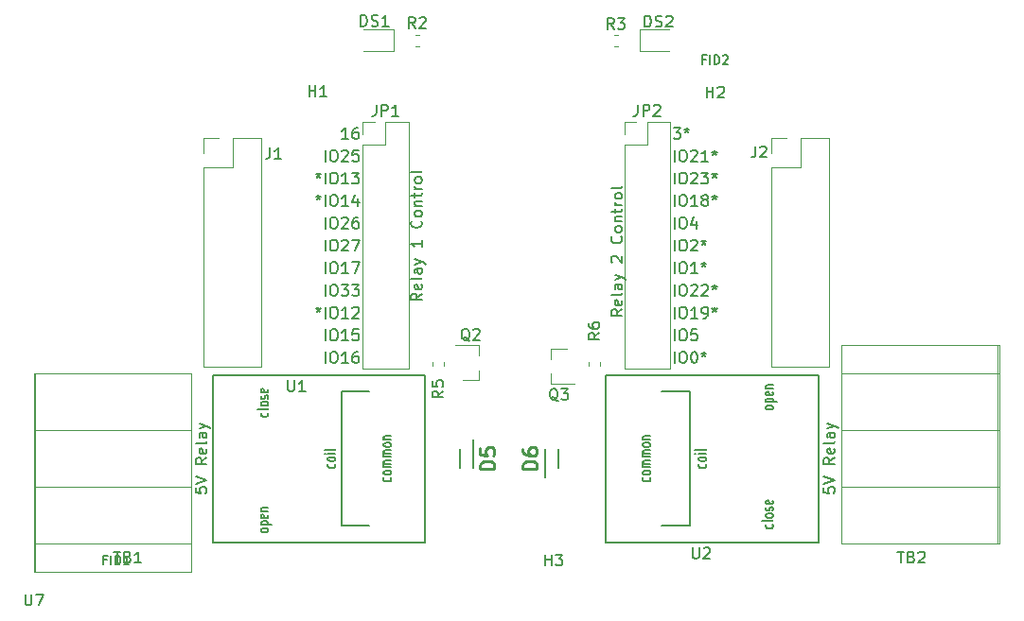
<source format=gbr>
G04 #@! TF.GenerationSoftware,KiCad,Pcbnew,(5.0.2)-1*
G04 #@! TF.CreationDate,2019-12-16T12:52:27+02:00*
G04 #@! TF.ProjectId,2-relay-over-io,322d7265-6c61-4792-9d6f-7665722d696f,rev?*
G04 #@! TF.SameCoordinates,Original*
G04 #@! TF.FileFunction,Legend,Top*
G04 #@! TF.FilePolarity,Positive*
%FSLAX46Y46*%
G04 Gerber Fmt 4.6, Leading zero omitted, Abs format (unit mm)*
G04 Created by KiCad (PCBNEW (5.0.2)-1) date 16.12.2019 12:52:27*
%MOMM*%
%LPD*%
G01*
G04 APERTURE LIST*
%ADD10C,0.150000*%
%ADD11C,0.120000*%
%ADD12C,0.200000*%
%ADD13C,0.050000*%
%ADD14C,0.254000*%
G04 APERTURE END LIST*
D10*
X133429619Y-104989380D02*
X134048666Y-104989380D01*
X133715333Y-105370333D01*
X133858190Y-105370333D01*
X133953428Y-105417952D01*
X134001047Y-105465571D01*
X134048666Y-105560809D01*
X134048666Y-105798904D01*
X134001047Y-105894142D01*
X133953428Y-105941761D01*
X133858190Y-105989380D01*
X133572476Y-105989380D01*
X133477238Y-105941761D01*
X133429619Y-105894142D01*
X134620095Y-104989380D02*
X134620095Y-105227476D01*
X134382000Y-105132238D02*
X134620095Y-105227476D01*
X134858190Y-105132238D01*
X134477238Y-105417952D02*
X134620095Y-105227476D01*
X134762952Y-105417952D01*
X133524856Y-126055380D02*
X133524856Y-125055380D01*
X134191523Y-125055380D02*
X134381999Y-125055380D01*
X134477237Y-125103000D01*
X134572475Y-125198238D01*
X134620094Y-125388714D01*
X134620094Y-125722047D01*
X134572475Y-125912523D01*
X134477237Y-126007761D01*
X134381999Y-126055380D01*
X134191523Y-126055380D01*
X134096285Y-126007761D01*
X134001047Y-125912523D01*
X133953428Y-125722047D01*
X133953428Y-125388714D01*
X134001047Y-125198238D01*
X134096285Y-125103000D01*
X134191523Y-125055380D01*
X135239142Y-125055380D02*
X135334380Y-125055380D01*
X135429618Y-125103000D01*
X135477237Y-125150619D01*
X135524856Y-125245857D01*
X135572475Y-125436333D01*
X135572475Y-125674428D01*
X135524856Y-125864904D01*
X135477237Y-125960142D01*
X135429618Y-126007761D01*
X135334380Y-126055380D01*
X135239142Y-126055380D01*
X135143904Y-126007761D01*
X135096285Y-125960142D01*
X135048666Y-125864904D01*
X135001047Y-125674428D01*
X135001047Y-125436333D01*
X135048666Y-125245857D01*
X135096285Y-125150619D01*
X135143904Y-125103000D01*
X135239142Y-125055380D01*
X136143904Y-125055380D02*
X136143904Y-125293476D01*
X135905809Y-125198238D02*
X136143904Y-125293476D01*
X136381999Y-125198238D01*
X136001047Y-125483952D02*
X136143904Y-125293476D01*
X136286761Y-125483952D01*
X133524857Y-110002580D02*
X133524857Y-109002580D01*
X134191523Y-109002580D02*
X134382000Y-109002580D01*
X134477238Y-109050200D01*
X134572476Y-109145438D01*
X134620095Y-109335914D01*
X134620095Y-109669247D01*
X134572476Y-109859723D01*
X134477238Y-109954961D01*
X134382000Y-110002580D01*
X134191523Y-110002580D01*
X134096285Y-109954961D01*
X134001047Y-109859723D01*
X133953428Y-109669247D01*
X133953428Y-109335914D01*
X134001047Y-109145438D01*
X134096285Y-109050200D01*
X134191523Y-109002580D01*
X135001047Y-109097819D02*
X135048666Y-109050200D01*
X135143904Y-109002580D01*
X135382000Y-109002580D01*
X135477238Y-109050200D01*
X135524857Y-109097819D01*
X135572476Y-109193057D01*
X135572476Y-109288295D01*
X135524857Y-109431152D01*
X134953428Y-110002580D01*
X135572476Y-110002580D01*
X135905809Y-109002580D02*
X136524857Y-109002580D01*
X136191523Y-109383533D01*
X136334380Y-109383533D01*
X136429619Y-109431152D01*
X136477238Y-109478771D01*
X136524857Y-109574009D01*
X136524857Y-109812104D01*
X136477238Y-109907342D01*
X136429619Y-109954961D01*
X136334380Y-110002580D01*
X136048666Y-110002580D01*
X135953428Y-109954961D01*
X135905809Y-109907342D01*
X137096285Y-109002580D02*
X137096285Y-109240676D01*
X136858190Y-109145438D02*
X137096285Y-109240676D01*
X137334380Y-109145438D01*
X136953428Y-109431152D02*
X137096285Y-109240676D01*
X137239142Y-109431152D01*
X133524857Y-112009180D02*
X133524857Y-111009180D01*
X134191523Y-111009180D02*
X134382000Y-111009180D01*
X134477238Y-111056800D01*
X134572476Y-111152038D01*
X134620095Y-111342514D01*
X134620095Y-111675847D01*
X134572476Y-111866323D01*
X134477238Y-111961561D01*
X134382000Y-112009180D01*
X134191523Y-112009180D01*
X134096285Y-111961561D01*
X134001047Y-111866323D01*
X133953428Y-111675847D01*
X133953428Y-111342514D01*
X134001047Y-111152038D01*
X134096285Y-111056800D01*
X134191523Y-111009180D01*
X135572476Y-112009180D02*
X135001047Y-112009180D01*
X135286761Y-112009180D02*
X135286761Y-111009180D01*
X135191523Y-111152038D01*
X135096285Y-111247276D01*
X135001047Y-111294895D01*
X136143904Y-111437752D02*
X136048666Y-111390133D01*
X136001047Y-111342514D01*
X135953428Y-111247276D01*
X135953428Y-111199657D01*
X136001047Y-111104419D01*
X136048666Y-111056800D01*
X136143904Y-111009180D01*
X136334380Y-111009180D01*
X136429619Y-111056800D01*
X136477238Y-111104419D01*
X136524857Y-111199657D01*
X136524857Y-111247276D01*
X136477238Y-111342514D01*
X136429619Y-111390133D01*
X136334380Y-111437752D01*
X136143904Y-111437752D01*
X136048666Y-111485371D01*
X136001047Y-111532990D01*
X135953428Y-111628228D01*
X135953428Y-111818704D01*
X136001047Y-111913942D01*
X136048666Y-111961561D01*
X136143904Y-112009180D01*
X136334380Y-112009180D01*
X136429619Y-111961561D01*
X136477238Y-111913942D01*
X136524857Y-111818704D01*
X136524857Y-111628228D01*
X136477238Y-111532990D01*
X136429619Y-111485371D01*
X136334380Y-111437752D01*
X137096285Y-111009180D02*
X137096285Y-111247276D01*
X136858190Y-111152038D02*
X137096285Y-111247276D01*
X137334380Y-111152038D01*
X136953428Y-111437752D02*
X137096285Y-111247276D01*
X137239142Y-111437752D01*
X133524857Y-120035580D02*
X133524857Y-119035580D01*
X134191523Y-119035580D02*
X134382000Y-119035580D01*
X134477238Y-119083200D01*
X134572476Y-119178438D01*
X134620095Y-119368914D01*
X134620095Y-119702247D01*
X134572476Y-119892723D01*
X134477238Y-119987961D01*
X134382000Y-120035580D01*
X134191523Y-120035580D01*
X134096285Y-119987961D01*
X134001047Y-119892723D01*
X133953428Y-119702247D01*
X133953428Y-119368914D01*
X134001047Y-119178438D01*
X134096285Y-119083200D01*
X134191523Y-119035580D01*
X135001047Y-119130819D02*
X135048666Y-119083200D01*
X135143904Y-119035580D01*
X135382000Y-119035580D01*
X135477238Y-119083200D01*
X135524857Y-119130819D01*
X135572476Y-119226057D01*
X135572476Y-119321295D01*
X135524857Y-119464152D01*
X134953428Y-120035580D01*
X135572476Y-120035580D01*
X135953428Y-119130819D02*
X136001047Y-119083200D01*
X136096285Y-119035580D01*
X136334380Y-119035580D01*
X136429619Y-119083200D01*
X136477238Y-119130819D01*
X136524857Y-119226057D01*
X136524857Y-119321295D01*
X136477238Y-119464152D01*
X135905809Y-120035580D01*
X136524857Y-120035580D01*
X137096285Y-119035580D02*
X137096285Y-119273676D01*
X136858190Y-119178438D02*
X137096285Y-119273676D01*
X137334380Y-119178438D01*
X136953428Y-119464152D02*
X137096285Y-119273676D01*
X137239142Y-119464152D01*
X133524857Y-124048780D02*
X133524857Y-123048780D01*
X134191523Y-123048780D02*
X134381999Y-123048780D01*
X134477237Y-123096400D01*
X134572476Y-123191638D01*
X134620095Y-123382114D01*
X134620095Y-123715447D01*
X134572476Y-123905923D01*
X134477237Y-124001161D01*
X134381999Y-124048780D01*
X134191523Y-124048780D01*
X134096285Y-124001161D01*
X134001047Y-123905923D01*
X133953428Y-123715447D01*
X133953428Y-123382114D01*
X134001047Y-123191638D01*
X134096285Y-123096400D01*
X134191523Y-123048780D01*
X135524857Y-123048780D02*
X135048666Y-123048780D01*
X135001047Y-123524971D01*
X135048666Y-123477352D01*
X135143904Y-123429733D01*
X135381999Y-123429733D01*
X135477237Y-123477352D01*
X135524857Y-123524971D01*
X135572476Y-123620209D01*
X135572476Y-123858304D01*
X135524857Y-123953542D01*
X135477237Y-124001161D01*
X135381999Y-124048780D01*
X135143904Y-124048780D01*
X135048666Y-124001161D01*
X135001047Y-123953542D01*
X133524857Y-107995980D02*
X133524857Y-106995980D01*
X134191523Y-106995980D02*
X134382000Y-106995980D01*
X134477238Y-107043600D01*
X134572476Y-107138838D01*
X134620095Y-107329314D01*
X134620095Y-107662647D01*
X134572476Y-107853123D01*
X134477238Y-107948361D01*
X134382000Y-107995980D01*
X134191523Y-107995980D01*
X134096285Y-107948361D01*
X134001047Y-107853123D01*
X133953428Y-107662647D01*
X133953428Y-107329314D01*
X134001047Y-107138838D01*
X134096285Y-107043600D01*
X134191523Y-106995980D01*
X135001047Y-107091219D02*
X135048666Y-107043600D01*
X135143904Y-106995980D01*
X135382000Y-106995980D01*
X135477238Y-107043600D01*
X135524857Y-107091219D01*
X135572476Y-107186457D01*
X135572476Y-107281695D01*
X135524857Y-107424552D01*
X134953428Y-107995980D01*
X135572476Y-107995980D01*
X136524857Y-107995980D02*
X135953428Y-107995980D01*
X136239142Y-107995980D02*
X136239142Y-106995980D01*
X136143904Y-107138838D01*
X136048666Y-107234076D01*
X135953428Y-107281695D01*
X137096285Y-106995980D02*
X137096285Y-107234076D01*
X136858190Y-107138838D02*
X137096285Y-107234076D01*
X137334380Y-107138838D01*
X136953428Y-107424552D02*
X137096285Y-107234076D01*
X137239142Y-107424552D01*
X133524857Y-114015780D02*
X133524857Y-113015780D01*
X134191523Y-113015780D02*
X134381999Y-113015780D01*
X134477237Y-113063400D01*
X134572476Y-113158638D01*
X134620095Y-113349114D01*
X134620095Y-113682447D01*
X134572476Y-113872923D01*
X134477237Y-113968161D01*
X134381999Y-114015780D01*
X134191523Y-114015780D01*
X134096285Y-113968161D01*
X134001047Y-113872923D01*
X133953428Y-113682447D01*
X133953428Y-113349114D01*
X134001047Y-113158638D01*
X134096285Y-113063400D01*
X134191523Y-113015780D01*
X135477237Y-113349114D02*
X135477237Y-114015780D01*
X135239142Y-112968161D02*
X135001047Y-113682447D01*
X135620095Y-113682447D01*
X133524856Y-118028980D02*
X133524856Y-117028980D01*
X134191523Y-117028980D02*
X134381999Y-117028980D01*
X134477237Y-117076600D01*
X134572475Y-117171838D01*
X134620094Y-117362314D01*
X134620094Y-117695647D01*
X134572475Y-117886123D01*
X134477237Y-117981361D01*
X134381999Y-118028980D01*
X134191523Y-118028980D01*
X134096285Y-117981361D01*
X134001047Y-117886123D01*
X133953428Y-117695647D01*
X133953428Y-117362314D01*
X134001047Y-117171838D01*
X134096285Y-117076600D01*
X134191523Y-117028980D01*
X135572475Y-118028980D02*
X135001047Y-118028980D01*
X135286761Y-118028980D02*
X135286761Y-117028980D01*
X135191523Y-117171838D01*
X135096285Y-117267076D01*
X135001047Y-117314695D01*
X136143904Y-117028980D02*
X136143904Y-117267076D01*
X135905809Y-117171838D02*
X136143904Y-117267076D01*
X136381999Y-117171838D01*
X136001047Y-117457552D02*
X136143904Y-117267076D01*
X136286761Y-117457552D01*
X133524856Y-116022380D02*
X133524856Y-115022380D01*
X134191523Y-115022380D02*
X134381999Y-115022380D01*
X134477237Y-115070000D01*
X134572475Y-115165238D01*
X134620094Y-115355714D01*
X134620094Y-115689047D01*
X134572475Y-115879523D01*
X134477237Y-115974761D01*
X134381999Y-116022380D01*
X134191523Y-116022380D01*
X134096285Y-115974761D01*
X134001047Y-115879523D01*
X133953428Y-115689047D01*
X133953428Y-115355714D01*
X134001047Y-115165238D01*
X134096285Y-115070000D01*
X134191523Y-115022380D01*
X135001047Y-115117619D02*
X135048666Y-115070000D01*
X135143904Y-115022380D01*
X135381999Y-115022380D01*
X135477237Y-115070000D01*
X135524856Y-115117619D01*
X135572475Y-115212857D01*
X135572475Y-115308095D01*
X135524856Y-115450952D01*
X134953428Y-116022380D01*
X135572475Y-116022380D01*
X136143904Y-115022380D02*
X136143904Y-115260476D01*
X135905809Y-115165238D02*
X136143904Y-115260476D01*
X136381999Y-115165238D01*
X136001047Y-115450952D02*
X136143904Y-115260476D01*
X136286761Y-115450952D01*
X133524857Y-122042180D02*
X133524857Y-121042180D01*
X134191523Y-121042180D02*
X134382000Y-121042180D01*
X134477238Y-121089800D01*
X134572476Y-121185038D01*
X134620095Y-121375514D01*
X134620095Y-121708847D01*
X134572476Y-121899323D01*
X134477238Y-121994561D01*
X134382000Y-122042180D01*
X134191523Y-122042180D01*
X134096285Y-121994561D01*
X134001047Y-121899323D01*
X133953428Y-121708847D01*
X133953428Y-121375514D01*
X134001047Y-121185038D01*
X134096285Y-121089800D01*
X134191523Y-121042180D01*
X135572476Y-122042180D02*
X135001047Y-122042180D01*
X135286761Y-122042180D02*
X135286761Y-121042180D01*
X135191523Y-121185038D01*
X135096285Y-121280276D01*
X135001047Y-121327895D01*
X136048666Y-122042180D02*
X136239142Y-122042180D01*
X136334380Y-121994561D01*
X136382000Y-121946942D01*
X136477238Y-121804085D01*
X136524857Y-121613609D01*
X136524857Y-121232657D01*
X136477238Y-121137419D01*
X136429619Y-121089800D01*
X136334380Y-121042180D01*
X136143904Y-121042180D01*
X136048666Y-121089800D01*
X136001047Y-121137419D01*
X135953428Y-121232657D01*
X135953428Y-121470752D01*
X136001047Y-121565990D01*
X136048666Y-121613609D01*
X136143904Y-121661228D01*
X136334380Y-121661228D01*
X136429619Y-121613609D01*
X136477238Y-121565990D01*
X136524857Y-121470752D01*
X137096285Y-121042180D02*
X137096285Y-121280276D01*
X136858190Y-121185038D02*
X137096285Y-121280276D01*
X137334380Y-121185038D01*
X136953428Y-121470752D02*
X137096285Y-121280276D01*
X137239142Y-121470752D01*
X102282761Y-107995980D02*
X102282761Y-106995980D01*
X102949428Y-106995980D02*
X103139904Y-106995980D01*
X103235142Y-107043600D01*
X103330380Y-107138838D01*
X103377999Y-107329314D01*
X103377999Y-107662647D01*
X103330380Y-107853123D01*
X103235142Y-107948361D01*
X103139904Y-107995980D01*
X102949428Y-107995980D01*
X102854190Y-107948361D01*
X102758952Y-107853123D01*
X102711332Y-107662647D01*
X102711332Y-107329314D01*
X102758952Y-107138838D01*
X102854190Y-107043600D01*
X102949428Y-106995980D01*
X103758952Y-107091219D02*
X103806571Y-107043600D01*
X103901809Y-106995980D01*
X104139904Y-106995980D01*
X104235142Y-107043600D01*
X104282761Y-107091219D01*
X104330380Y-107186457D01*
X104330380Y-107281695D01*
X104282761Y-107424552D01*
X103711332Y-107995980D01*
X104330380Y-107995980D01*
X105235142Y-106995980D02*
X104758952Y-106995980D01*
X104711332Y-107472171D01*
X104758952Y-107424552D01*
X104854190Y-107376933D01*
X105092285Y-107376933D01*
X105187523Y-107424552D01*
X105235142Y-107472171D01*
X105282761Y-107567409D01*
X105282761Y-107805504D01*
X105235142Y-107900742D01*
X105187523Y-107948361D01*
X105092285Y-107995980D01*
X104854190Y-107995980D01*
X104758952Y-107948361D01*
X104711332Y-107900742D01*
X101663714Y-109002580D02*
X101663714Y-109240676D01*
X101425619Y-109145438D02*
X101663714Y-109240676D01*
X101901809Y-109145438D01*
X101520857Y-109431152D02*
X101663714Y-109240676D01*
X101806571Y-109431152D01*
X102282761Y-110002580D02*
X102282761Y-109002580D01*
X102949428Y-109002580D02*
X103139904Y-109002580D01*
X103235142Y-109050200D01*
X103330380Y-109145438D01*
X103378000Y-109335914D01*
X103378000Y-109669247D01*
X103330380Y-109859723D01*
X103235142Y-109954961D01*
X103139904Y-110002580D01*
X102949428Y-110002580D01*
X102854190Y-109954961D01*
X102758952Y-109859723D01*
X102711333Y-109669247D01*
X102711333Y-109335914D01*
X102758952Y-109145438D01*
X102854190Y-109050200D01*
X102949428Y-109002580D01*
X104330380Y-110002580D02*
X103758952Y-110002580D01*
X104044666Y-110002580D02*
X104044666Y-109002580D01*
X103949428Y-109145438D01*
X103854190Y-109240676D01*
X103758952Y-109288295D01*
X104663714Y-109002580D02*
X105282761Y-109002580D01*
X104949428Y-109383533D01*
X105092285Y-109383533D01*
X105187523Y-109431152D01*
X105235142Y-109478771D01*
X105282761Y-109574009D01*
X105282761Y-109812104D01*
X105235142Y-109907342D01*
X105187523Y-109954961D01*
X105092285Y-110002580D01*
X104806571Y-110002580D01*
X104711333Y-109954961D01*
X104663714Y-109907342D01*
X101663714Y-111009180D02*
X101663714Y-111247276D01*
X101425619Y-111152038D02*
X101663714Y-111247276D01*
X101901809Y-111152038D01*
X101520857Y-111437752D02*
X101663714Y-111247276D01*
X101806571Y-111437752D01*
X102282761Y-112009180D02*
X102282761Y-111009180D01*
X102949428Y-111009180D02*
X103139904Y-111009180D01*
X103235142Y-111056800D01*
X103330380Y-111152038D01*
X103378000Y-111342514D01*
X103378000Y-111675847D01*
X103330380Y-111866323D01*
X103235142Y-111961561D01*
X103139904Y-112009180D01*
X102949428Y-112009180D01*
X102854190Y-111961561D01*
X102758952Y-111866323D01*
X102711333Y-111675847D01*
X102711333Y-111342514D01*
X102758952Y-111152038D01*
X102854190Y-111056800D01*
X102949428Y-111009180D01*
X104330380Y-112009180D02*
X103758952Y-112009180D01*
X104044666Y-112009180D02*
X104044666Y-111009180D01*
X103949428Y-111152038D01*
X103854190Y-111247276D01*
X103758952Y-111294895D01*
X105187523Y-111342514D02*
X105187523Y-112009180D01*
X104949428Y-110961561D02*
X104711333Y-111675847D01*
X105330380Y-111675847D01*
X102282761Y-114015780D02*
X102282761Y-113015780D01*
X102949428Y-113015780D02*
X103139904Y-113015780D01*
X103235142Y-113063400D01*
X103330380Y-113158638D01*
X103377999Y-113349114D01*
X103377999Y-113682447D01*
X103330380Y-113872923D01*
X103235142Y-113968161D01*
X103139904Y-114015780D01*
X102949428Y-114015780D01*
X102854190Y-113968161D01*
X102758952Y-113872923D01*
X102711332Y-113682447D01*
X102711332Y-113349114D01*
X102758952Y-113158638D01*
X102854190Y-113063400D01*
X102949428Y-113015780D01*
X103758952Y-113111019D02*
X103806571Y-113063400D01*
X103901809Y-113015780D01*
X104139904Y-113015780D01*
X104235142Y-113063400D01*
X104282761Y-113111019D01*
X104330380Y-113206257D01*
X104330380Y-113301495D01*
X104282761Y-113444352D01*
X103711332Y-114015780D01*
X104330380Y-114015780D01*
X105187523Y-113015780D02*
X104997047Y-113015780D01*
X104901809Y-113063400D01*
X104854190Y-113111019D01*
X104758952Y-113253876D01*
X104711332Y-113444352D01*
X104711332Y-113825304D01*
X104758952Y-113920542D01*
X104806571Y-113968161D01*
X104901809Y-114015780D01*
X105092285Y-114015780D01*
X105187523Y-113968161D01*
X105235142Y-113920542D01*
X105282761Y-113825304D01*
X105282761Y-113587209D01*
X105235142Y-113491971D01*
X105187523Y-113444352D01*
X105092285Y-113396733D01*
X104901809Y-113396733D01*
X104806571Y-113444352D01*
X104758952Y-113491971D01*
X104711332Y-113587209D01*
X102282761Y-116022380D02*
X102282761Y-115022380D01*
X102949428Y-115022380D02*
X103139904Y-115022380D01*
X103235142Y-115070000D01*
X103330380Y-115165238D01*
X103377999Y-115355714D01*
X103377999Y-115689047D01*
X103330380Y-115879523D01*
X103235142Y-115974761D01*
X103139904Y-116022380D01*
X102949428Y-116022380D01*
X102854190Y-115974761D01*
X102758952Y-115879523D01*
X102711332Y-115689047D01*
X102711332Y-115355714D01*
X102758952Y-115165238D01*
X102854190Y-115070000D01*
X102949428Y-115022380D01*
X103758952Y-115117619D02*
X103806571Y-115070000D01*
X103901809Y-115022380D01*
X104139904Y-115022380D01*
X104235142Y-115070000D01*
X104282761Y-115117619D01*
X104330380Y-115212857D01*
X104330380Y-115308095D01*
X104282761Y-115450952D01*
X103711332Y-116022380D01*
X104330380Y-116022380D01*
X104663713Y-115022380D02*
X105330380Y-115022380D01*
X104901809Y-116022380D01*
X102282761Y-118028980D02*
X102282761Y-117028980D01*
X102949428Y-117028980D02*
X103139904Y-117028980D01*
X103235142Y-117076600D01*
X103330380Y-117171838D01*
X103377999Y-117362314D01*
X103377999Y-117695647D01*
X103330380Y-117886123D01*
X103235142Y-117981361D01*
X103139904Y-118028980D01*
X102949428Y-118028980D01*
X102854190Y-117981361D01*
X102758952Y-117886123D01*
X102711332Y-117695647D01*
X102711332Y-117362314D01*
X102758952Y-117171838D01*
X102854190Y-117076600D01*
X102949428Y-117028980D01*
X104330380Y-118028980D02*
X103758952Y-118028980D01*
X104044666Y-118028980D02*
X104044666Y-117028980D01*
X103949428Y-117171838D01*
X103854190Y-117267076D01*
X103758952Y-117314695D01*
X104663713Y-117028980D02*
X105330380Y-117028980D01*
X104901809Y-118028980D01*
X102282761Y-120035580D02*
X102282761Y-119035580D01*
X102949428Y-119035580D02*
X103139904Y-119035580D01*
X103235142Y-119083200D01*
X103330380Y-119178438D01*
X103377999Y-119368914D01*
X103377999Y-119702247D01*
X103330380Y-119892723D01*
X103235142Y-119987961D01*
X103139904Y-120035580D01*
X102949428Y-120035580D01*
X102854190Y-119987961D01*
X102758952Y-119892723D01*
X102711332Y-119702247D01*
X102711332Y-119368914D01*
X102758952Y-119178438D01*
X102854190Y-119083200D01*
X102949428Y-119035580D01*
X103711332Y-119035580D02*
X104330380Y-119035580D01*
X103997047Y-119416533D01*
X104139904Y-119416533D01*
X104235142Y-119464152D01*
X104282761Y-119511771D01*
X104330380Y-119607009D01*
X104330380Y-119845104D01*
X104282761Y-119940342D01*
X104235142Y-119987961D01*
X104139904Y-120035580D01*
X103854190Y-120035580D01*
X103758952Y-119987961D01*
X103711332Y-119940342D01*
X104663713Y-119035580D02*
X105282761Y-119035580D01*
X104949428Y-119416533D01*
X105092285Y-119416533D01*
X105187523Y-119464152D01*
X105235142Y-119511771D01*
X105282761Y-119607009D01*
X105282761Y-119845104D01*
X105235142Y-119940342D01*
X105187523Y-119987961D01*
X105092285Y-120035580D01*
X104806571Y-120035580D01*
X104711332Y-119987961D01*
X104663713Y-119940342D01*
X101663714Y-121042180D02*
X101663714Y-121280276D01*
X101425619Y-121185038D02*
X101663714Y-121280276D01*
X101901809Y-121185038D01*
X101520857Y-121470752D02*
X101663714Y-121280276D01*
X101806571Y-121470752D01*
X102282761Y-122042180D02*
X102282761Y-121042180D01*
X102949428Y-121042180D02*
X103139904Y-121042180D01*
X103235142Y-121089800D01*
X103330380Y-121185038D01*
X103378000Y-121375514D01*
X103378000Y-121708847D01*
X103330380Y-121899323D01*
X103235142Y-121994561D01*
X103139904Y-122042180D01*
X102949428Y-122042180D01*
X102854190Y-121994561D01*
X102758952Y-121899323D01*
X102711333Y-121708847D01*
X102711333Y-121375514D01*
X102758952Y-121185038D01*
X102854190Y-121089800D01*
X102949428Y-121042180D01*
X104330380Y-122042180D02*
X103758952Y-122042180D01*
X104044666Y-122042180D02*
X104044666Y-121042180D01*
X103949428Y-121185038D01*
X103854190Y-121280276D01*
X103758952Y-121327895D01*
X104711333Y-121137419D02*
X104758952Y-121089800D01*
X104854190Y-121042180D01*
X105092285Y-121042180D01*
X105187523Y-121089800D01*
X105235142Y-121137419D01*
X105282761Y-121232657D01*
X105282761Y-121327895D01*
X105235142Y-121470752D01*
X104663714Y-122042180D01*
X105282761Y-122042180D01*
X102282761Y-124048780D02*
X102282761Y-123048780D01*
X102949428Y-123048780D02*
X103139904Y-123048780D01*
X103235142Y-123096400D01*
X103330380Y-123191638D01*
X103377999Y-123382114D01*
X103377999Y-123715447D01*
X103330380Y-123905923D01*
X103235142Y-124001161D01*
X103139904Y-124048780D01*
X102949428Y-124048780D01*
X102854190Y-124001161D01*
X102758952Y-123905923D01*
X102711332Y-123715447D01*
X102711332Y-123382114D01*
X102758952Y-123191638D01*
X102854190Y-123096400D01*
X102949428Y-123048780D01*
X104330380Y-124048780D02*
X103758952Y-124048780D01*
X104044666Y-124048780D02*
X104044666Y-123048780D01*
X103949428Y-123191638D01*
X103854190Y-123286876D01*
X103758952Y-123334495D01*
X105235142Y-123048780D02*
X104758952Y-123048780D01*
X104711332Y-123524971D01*
X104758952Y-123477352D01*
X104854190Y-123429733D01*
X105092285Y-123429733D01*
X105187523Y-123477352D01*
X105235142Y-123524971D01*
X105282761Y-123620209D01*
X105282761Y-123858304D01*
X105235142Y-123953542D01*
X105187523Y-124001161D01*
X105092285Y-124048780D01*
X104854190Y-124048780D01*
X104758952Y-124001161D01*
X104711332Y-123953542D01*
X102282761Y-126055380D02*
X102282761Y-125055380D01*
X102949428Y-125055380D02*
X103139904Y-125055380D01*
X103235142Y-125103000D01*
X103330380Y-125198238D01*
X103377999Y-125388714D01*
X103377999Y-125722047D01*
X103330380Y-125912523D01*
X103235142Y-126007761D01*
X103139904Y-126055380D01*
X102949428Y-126055380D01*
X102854190Y-126007761D01*
X102758952Y-125912523D01*
X102711332Y-125722047D01*
X102711332Y-125388714D01*
X102758952Y-125198238D01*
X102854190Y-125103000D01*
X102949428Y-125055380D01*
X104330380Y-126055380D02*
X103758952Y-126055380D01*
X104044666Y-126055380D02*
X104044666Y-125055380D01*
X103949428Y-125198238D01*
X103854190Y-125293476D01*
X103758952Y-125341095D01*
X105187523Y-125055380D02*
X104997047Y-125055380D01*
X104901809Y-125103000D01*
X104854190Y-125150619D01*
X104758952Y-125293476D01*
X104711332Y-125483952D01*
X104711332Y-125864904D01*
X104758952Y-125960142D01*
X104806571Y-126007761D01*
X104901809Y-126055380D01*
X105092285Y-126055380D01*
X105187523Y-126007761D01*
X105235142Y-125960142D01*
X105282761Y-125864904D01*
X105282761Y-125626809D01*
X105235142Y-125531571D01*
X105187523Y-125483952D01*
X105092285Y-125436333D01*
X104901809Y-125436333D01*
X104806571Y-125483952D01*
X104758952Y-125531571D01*
X104711332Y-125626809D01*
X110942380Y-119847666D02*
X110466190Y-120181000D01*
X110942380Y-120419095D02*
X109942380Y-120419095D01*
X109942380Y-120038142D01*
X109990000Y-119942904D01*
X110037619Y-119895285D01*
X110132857Y-119847666D01*
X110275714Y-119847666D01*
X110370952Y-119895285D01*
X110418571Y-119942904D01*
X110466190Y-120038142D01*
X110466190Y-120419095D01*
X110894761Y-119038142D02*
X110942380Y-119133380D01*
X110942380Y-119323857D01*
X110894761Y-119419095D01*
X110799523Y-119466714D01*
X110418571Y-119466714D01*
X110323333Y-119419095D01*
X110275714Y-119323857D01*
X110275714Y-119133380D01*
X110323333Y-119038142D01*
X110418571Y-118990523D01*
X110513809Y-118990523D01*
X110609047Y-119466714D01*
X110942380Y-118419095D02*
X110894761Y-118514333D01*
X110799523Y-118561952D01*
X109942380Y-118561952D01*
X110942380Y-117609571D02*
X110418571Y-117609571D01*
X110323333Y-117657190D01*
X110275714Y-117752428D01*
X110275714Y-117942904D01*
X110323333Y-118038142D01*
X110894761Y-117609571D02*
X110942380Y-117704809D01*
X110942380Y-117942904D01*
X110894761Y-118038142D01*
X110799523Y-118085761D01*
X110704285Y-118085761D01*
X110609047Y-118038142D01*
X110561428Y-117942904D01*
X110561428Y-117704809D01*
X110513809Y-117609571D01*
X110275714Y-117228619D02*
X110942380Y-116990523D01*
X110275714Y-116752428D02*
X110942380Y-116990523D01*
X111180476Y-117085761D01*
X111228095Y-117133380D01*
X111275714Y-117228619D01*
X110942380Y-115085761D02*
X110942380Y-115657190D01*
X110942380Y-115371476D02*
X109942380Y-115371476D01*
X110085238Y-115466714D01*
X110180476Y-115561952D01*
X110228095Y-115657190D01*
X110847142Y-113323857D02*
X110894761Y-113371476D01*
X110942380Y-113514333D01*
X110942380Y-113609571D01*
X110894761Y-113752428D01*
X110799523Y-113847666D01*
X110704285Y-113895285D01*
X110513809Y-113942904D01*
X110370952Y-113942904D01*
X110180476Y-113895285D01*
X110085238Y-113847666D01*
X109990000Y-113752428D01*
X109942380Y-113609571D01*
X109942380Y-113514333D01*
X109990000Y-113371476D01*
X110037619Y-113323857D01*
X110942380Y-112752428D02*
X110894761Y-112847666D01*
X110847142Y-112895285D01*
X110751904Y-112942904D01*
X110466190Y-112942904D01*
X110370952Y-112895285D01*
X110323333Y-112847666D01*
X110275714Y-112752428D01*
X110275714Y-112609571D01*
X110323333Y-112514333D01*
X110370952Y-112466714D01*
X110466190Y-112419095D01*
X110751904Y-112419095D01*
X110847142Y-112466714D01*
X110894761Y-112514333D01*
X110942380Y-112609571D01*
X110942380Y-112752428D01*
X110275714Y-111990523D02*
X110942380Y-111990523D01*
X110370952Y-111990523D02*
X110323333Y-111942904D01*
X110275714Y-111847666D01*
X110275714Y-111704809D01*
X110323333Y-111609571D01*
X110418571Y-111561952D01*
X110942380Y-111561952D01*
X110275714Y-111228619D02*
X110275714Y-110847666D01*
X109942380Y-111085761D02*
X110799523Y-111085761D01*
X110894761Y-111038142D01*
X110942380Y-110942904D01*
X110942380Y-110847666D01*
X110942380Y-110514333D02*
X110275714Y-110514333D01*
X110466190Y-110514333D02*
X110370952Y-110466714D01*
X110323333Y-110419095D01*
X110275714Y-110323857D01*
X110275714Y-110228619D01*
X110942380Y-109752428D02*
X110894761Y-109847666D01*
X110847142Y-109895285D01*
X110751904Y-109942904D01*
X110466190Y-109942904D01*
X110370952Y-109895285D01*
X110323333Y-109847666D01*
X110275714Y-109752428D01*
X110275714Y-109609571D01*
X110323333Y-109514333D01*
X110370952Y-109466714D01*
X110466190Y-109419095D01*
X110751904Y-109419095D01*
X110847142Y-109466714D01*
X110894761Y-109514333D01*
X110942380Y-109609571D01*
X110942380Y-109752428D01*
X110942380Y-108847666D02*
X110894761Y-108942904D01*
X110799523Y-108990523D01*
X109942380Y-108990523D01*
X104330380Y-105989380D02*
X103758952Y-105989380D01*
X104044666Y-105989380D02*
X104044666Y-104989380D01*
X103949428Y-105132238D01*
X103854190Y-105227476D01*
X103758952Y-105275095D01*
X105187523Y-104989380D02*
X104997047Y-104989380D01*
X104901809Y-105037000D01*
X104854190Y-105084619D01*
X104758952Y-105227476D01*
X104711333Y-105417952D01*
X104711333Y-105798904D01*
X104758952Y-105894142D01*
X104806571Y-105941761D01*
X104901809Y-105989380D01*
X105092285Y-105989380D01*
X105187523Y-105941761D01*
X105235142Y-105894142D01*
X105282761Y-105798904D01*
X105282761Y-105560809D01*
X105235142Y-105465571D01*
X105187523Y-105417952D01*
X105092285Y-105370333D01*
X104901809Y-105370333D01*
X104806571Y-105417952D01*
X104758952Y-105465571D01*
X104711333Y-105560809D01*
X128849380Y-121244666D02*
X128373190Y-121578000D01*
X128849380Y-121816095D02*
X127849380Y-121816095D01*
X127849380Y-121435142D01*
X127897000Y-121339904D01*
X127944619Y-121292285D01*
X128039857Y-121244666D01*
X128182714Y-121244666D01*
X128277952Y-121292285D01*
X128325571Y-121339904D01*
X128373190Y-121435142D01*
X128373190Y-121816095D01*
X128801761Y-120435142D02*
X128849380Y-120530380D01*
X128849380Y-120720857D01*
X128801761Y-120816095D01*
X128706523Y-120863714D01*
X128325571Y-120863714D01*
X128230333Y-120816095D01*
X128182714Y-120720857D01*
X128182714Y-120530380D01*
X128230333Y-120435142D01*
X128325571Y-120387523D01*
X128420809Y-120387523D01*
X128516047Y-120863714D01*
X128849380Y-119816095D02*
X128801761Y-119911333D01*
X128706523Y-119958952D01*
X127849380Y-119958952D01*
X128849380Y-119006571D02*
X128325571Y-119006571D01*
X128230333Y-119054190D01*
X128182714Y-119149428D01*
X128182714Y-119339904D01*
X128230333Y-119435142D01*
X128801761Y-119006571D02*
X128849380Y-119101809D01*
X128849380Y-119339904D01*
X128801761Y-119435142D01*
X128706523Y-119482761D01*
X128611285Y-119482761D01*
X128516047Y-119435142D01*
X128468428Y-119339904D01*
X128468428Y-119101809D01*
X128420809Y-119006571D01*
X128182714Y-118625619D02*
X128849380Y-118387523D01*
X128182714Y-118149428D02*
X128849380Y-118387523D01*
X129087476Y-118482761D01*
X129135095Y-118530380D01*
X129182714Y-118625619D01*
X127944619Y-117054190D02*
X127897000Y-117006571D01*
X127849380Y-116911333D01*
X127849380Y-116673238D01*
X127897000Y-116578000D01*
X127944619Y-116530380D01*
X128039857Y-116482761D01*
X128135095Y-116482761D01*
X128277952Y-116530380D01*
X128849380Y-117101809D01*
X128849380Y-116482761D01*
X128754142Y-114720857D02*
X128801761Y-114768476D01*
X128849380Y-114911333D01*
X128849380Y-115006571D01*
X128801761Y-115149428D01*
X128706523Y-115244666D01*
X128611285Y-115292285D01*
X128420809Y-115339904D01*
X128277952Y-115339904D01*
X128087476Y-115292285D01*
X127992238Y-115244666D01*
X127897000Y-115149428D01*
X127849380Y-115006571D01*
X127849380Y-114911333D01*
X127897000Y-114768476D01*
X127944619Y-114720857D01*
X128849380Y-114149428D02*
X128801761Y-114244666D01*
X128754142Y-114292285D01*
X128658904Y-114339904D01*
X128373190Y-114339904D01*
X128277952Y-114292285D01*
X128230333Y-114244666D01*
X128182714Y-114149428D01*
X128182714Y-114006571D01*
X128230333Y-113911333D01*
X128277952Y-113863714D01*
X128373190Y-113816095D01*
X128658904Y-113816095D01*
X128754142Y-113863714D01*
X128801761Y-113911333D01*
X128849380Y-114006571D01*
X128849380Y-114149428D01*
X128182714Y-113387523D02*
X128849380Y-113387523D01*
X128277952Y-113387523D02*
X128230333Y-113339904D01*
X128182714Y-113244666D01*
X128182714Y-113101809D01*
X128230333Y-113006571D01*
X128325571Y-112958952D01*
X128849380Y-112958952D01*
X128182714Y-112625619D02*
X128182714Y-112244666D01*
X127849380Y-112482761D02*
X128706523Y-112482761D01*
X128801761Y-112435142D01*
X128849380Y-112339904D01*
X128849380Y-112244666D01*
X128849380Y-111911333D02*
X128182714Y-111911333D01*
X128373190Y-111911333D02*
X128277952Y-111863714D01*
X128230333Y-111816095D01*
X128182714Y-111720857D01*
X128182714Y-111625619D01*
X128849380Y-111149428D02*
X128801761Y-111244666D01*
X128754142Y-111292285D01*
X128658904Y-111339904D01*
X128373190Y-111339904D01*
X128277952Y-111292285D01*
X128230333Y-111244666D01*
X128182714Y-111149428D01*
X128182714Y-111006571D01*
X128230333Y-110911333D01*
X128277952Y-110863714D01*
X128373190Y-110816095D01*
X128658904Y-110816095D01*
X128754142Y-110863714D01*
X128801761Y-110911333D01*
X128849380Y-111006571D01*
X128849380Y-111149428D01*
X128849380Y-110244666D02*
X128801761Y-110339904D01*
X128706523Y-110387523D01*
X127849380Y-110387523D01*
D11*
G04 #@! TO.C,R2*
X110652779Y-97665000D02*
X110327221Y-97665000D01*
X110652779Y-96645000D02*
X110327221Y-96645000D01*
G04 #@! TO.C,R3*
X128107221Y-97665000D02*
X128432779Y-97665000D01*
X128107221Y-96645000D02*
X128432779Y-96645000D01*
G04 #@! TO.C,R6*
X126875000Y-125952721D02*
X126875000Y-126278279D01*
X125855000Y-125952721D02*
X125855000Y-126278279D01*
G04 #@! TO.C,Q3*
X122430000Y-124785000D02*
X122430000Y-125715000D01*
X122430000Y-127945000D02*
X122430000Y-127015000D01*
X122430000Y-127945000D02*
X124590000Y-127945000D01*
X122430000Y-124785000D02*
X123890000Y-124785000D01*
D12*
G04 #@! TO.C,D5*
X115550000Y-132925000D02*
X115550000Y-135450000D01*
X114320000Y-133790000D02*
X114320000Y-135450000D01*
G04 #@! TO.C,D6*
X123170000Y-135450000D02*
X123170000Y-133790000D01*
X121940000Y-136315000D02*
X121940000Y-133790000D01*
D11*
G04 #@! TO.C,DS1*
X108365000Y-96195000D02*
X105680000Y-96195000D01*
X108365000Y-98115000D02*
X108365000Y-96195000D01*
X105680000Y-98115000D02*
X108365000Y-98115000D01*
G04 #@! TO.C,DS2*
X133080000Y-96195000D02*
X130395000Y-96195000D01*
X130395000Y-96195000D02*
X130395000Y-98115000D01*
X130395000Y-98115000D02*
X133080000Y-98115000D01*
G04 #@! TO.C,Q2*
X116060000Y-127625000D02*
X116060000Y-126695000D01*
X116060000Y-124465000D02*
X116060000Y-125395000D01*
X116060000Y-124465000D02*
X113900000Y-124465000D01*
X116060000Y-127625000D02*
X114600000Y-127625000D01*
G04 #@! TO.C,R5*
X111885000Y-125952721D02*
X111885000Y-126278279D01*
X112905000Y-125952721D02*
X112905000Y-126278279D01*
D13*
G04 #@! TO.C,TB1*
X76327000Y-144780000D02*
X76327000Y-127000000D01*
X76200000Y-144780000D02*
X76200000Y-142240000D01*
X90297000Y-144780000D02*
X76200000Y-144780000D01*
X90297000Y-144780000D02*
X90297000Y-142240000D01*
X90297000Y-132080000D02*
X76200000Y-132080000D01*
X90297000Y-137160000D02*
X76200000Y-137160000D01*
X90297000Y-127000000D02*
X90297000Y-142240000D01*
X76200000Y-127000000D02*
X90297000Y-127000000D01*
X76200000Y-142240000D02*
X76200000Y-127000000D01*
X90297000Y-142240000D02*
X76200000Y-142240000D01*
G04 #@! TO.C,TB2*
X148463000Y-127000000D02*
X162560000Y-127000000D01*
X162560000Y-127000000D02*
X162560000Y-142240000D01*
X162560000Y-142240000D02*
X148463000Y-142240000D01*
X148463000Y-142240000D02*
X148463000Y-127000000D01*
X148463000Y-132080000D02*
X162560000Y-132080000D01*
X148463000Y-137160000D02*
X162560000Y-137160000D01*
X148463000Y-124460000D02*
X148463000Y-127000000D01*
X148463000Y-124460000D02*
X162560000Y-124460000D01*
X162560000Y-124460000D02*
X162560000Y-127000000D01*
X162433000Y-124460000D02*
X162433000Y-142240000D01*
D11*
G04 #@! TO.C,JP1*
X105620000Y-126597000D02*
X109740000Y-126597000D01*
X105620000Y-106537000D02*
X105620000Y-126597000D01*
X109740000Y-104477000D02*
X109740000Y-126597000D01*
X105620000Y-106537000D02*
X107680000Y-106537000D01*
X107680000Y-106537000D02*
X107680000Y-104477000D01*
X107680000Y-104477000D02*
X109740000Y-104477000D01*
X105620000Y-105537000D02*
X105620000Y-104477000D01*
X105620000Y-104477000D02*
X106680000Y-104477000D01*
G04 #@! TO.C,JP2*
X129020000Y-104477000D02*
X130080000Y-104477000D01*
X129020000Y-105537000D02*
X129020000Y-104477000D01*
X131080000Y-104477000D02*
X133140000Y-104477000D01*
X131080000Y-106537000D02*
X131080000Y-104477000D01*
X129020000Y-106537000D02*
X131080000Y-106537000D01*
X133140000Y-104477000D02*
X133140000Y-126597000D01*
X129020000Y-106537000D02*
X129020000Y-126597000D01*
X129020000Y-126597000D02*
X133140000Y-126597000D01*
D10*
G04 #@! TO.C,U1*
X106228000Y-128620000D02*
X103728000Y-128620000D01*
X103728000Y-128620000D02*
X103728000Y-140620000D01*
X103728000Y-140620000D02*
X106228000Y-140620000D01*
X92228000Y-127120000D02*
X111228000Y-127120000D01*
X111228000Y-127120000D02*
X111228000Y-142120000D01*
X111228000Y-142120000D02*
X92228000Y-142120000D01*
X92228000Y-142120000D02*
X92228000Y-127120000D01*
G04 #@! TO.C,U2*
X146405000Y-127120000D02*
X146405000Y-142120000D01*
X127405000Y-127120000D02*
X146405000Y-127120000D01*
X127405000Y-142120000D02*
X127405000Y-127120000D01*
X146405000Y-142120000D02*
X127405000Y-142120000D01*
X134905000Y-128620000D02*
X132405000Y-128620000D01*
X134905000Y-140620000D02*
X134905000Y-128620000D01*
X132405000Y-140620000D02*
X134905000Y-140620000D01*
D11*
G04 #@! TO.C,J1*
X91380000Y-105946900D02*
X92710000Y-105946900D01*
X91380000Y-107276900D02*
X91380000Y-105946900D01*
X93980000Y-105946900D02*
X96580000Y-105946900D01*
X93980000Y-108546900D02*
X93980000Y-105946900D01*
X91380000Y-108546900D02*
X93980000Y-108546900D01*
X96580000Y-105946900D02*
X96580000Y-126386900D01*
X91380000Y-108546900D02*
X91380000Y-126386900D01*
X91380000Y-126386900D02*
X96580000Y-126386900D01*
G04 #@! TO.C,J2*
X142180000Y-126374200D02*
X147380000Y-126374200D01*
X142180000Y-108534200D02*
X142180000Y-126374200D01*
X147380000Y-105934200D02*
X147380000Y-126374200D01*
X142180000Y-108534200D02*
X144780000Y-108534200D01*
X144780000Y-108534200D02*
X144780000Y-105934200D01*
X144780000Y-105934200D02*
X147380000Y-105934200D01*
X142180000Y-107264200D02*
X142180000Y-105934200D01*
X142180000Y-105934200D02*
X143510000Y-105934200D01*
G04 #@! TO.C,R2*
D10*
X110323333Y-96083380D02*
X109990000Y-95607190D01*
X109751904Y-96083380D02*
X109751904Y-95083380D01*
X110132857Y-95083380D01*
X110228095Y-95131000D01*
X110275714Y-95178619D01*
X110323333Y-95273857D01*
X110323333Y-95416714D01*
X110275714Y-95511952D01*
X110228095Y-95559571D01*
X110132857Y-95607190D01*
X109751904Y-95607190D01*
X110704285Y-95178619D02*
X110751904Y-95131000D01*
X110847142Y-95083380D01*
X111085238Y-95083380D01*
X111180476Y-95131000D01*
X111228095Y-95178619D01*
X111275714Y-95273857D01*
X111275714Y-95369095D01*
X111228095Y-95511952D01*
X110656666Y-96083380D01*
X111275714Y-96083380D01*
G04 #@! TO.C,FID1*
X82708857Y-143706857D02*
X82442190Y-143706857D01*
X82442190Y-144125904D02*
X82442190Y-143325904D01*
X82823142Y-143325904D01*
X83127904Y-144125904D02*
X83127904Y-143325904D01*
X83508857Y-144125904D02*
X83508857Y-143325904D01*
X83699333Y-143325904D01*
X83813619Y-143364000D01*
X83889809Y-143440190D01*
X83927904Y-143516380D01*
X83966000Y-143668761D01*
X83966000Y-143783047D01*
X83927904Y-143935428D01*
X83889809Y-144011619D01*
X83813619Y-144087809D01*
X83699333Y-144125904D01*
X83508857Y-144125904D01*
X84727904Y-144125904D02*
X84270761Y-144125904D01*
X84499333Y-144125904D02*
X84499333Y-143325904D01*
X84423142Y-143440190D01*
X84346952Y-143516380D01*
X84270761Y-143554476D01*
G04 #@! TO.C,FID2*
X136302857Y-98875857D02*
X136036190Y-98875857D01*
X136036190Y-99294904D02*
X136036190Y-98494904D01*
X136417142Y-98494904D01*
X136721904Y-99294904D02*
X136721904Y-98494904D01*
X137102857Y-99294904D02*
X137102857Y-98494904D01*
X137293333Y-98494904D01*
X137407619Y-98533000D01*
X137483809Y-98609190D01*
X137521904Y-98685380D01*
X137560000Y-98837761D01*
X137560000Y-98952047D01*
X137521904Y-99104428D01*
X137483809Y-99180619D01*
X137407619Y-99256809D01*
X137293333Y-99294904D01*
X137102857Y-99294904D01*
X137864761Y-98571095D02*
X137902857Y-98533000D01*
X137979047Y-98494904D01*
X138169523Y-98494904D01*
X138245714Y-98533000D01*
X138283809Y-98571095D01*
X138321904Y-98647285D01*
X138321904Y-98723476D01*
X138283809Y-98837761D01*
X137826666Y-99294904D01*
X138321904Y-99294904D01*
G04 #@! TO.C,H1*
X100838095Y-102179380D02*
X100838095Y-101179380D01*
X100838095Y-101655571D02*
X101409523Y-101655571D01*
X101409523Y-102179380D02*
X101409523Y-101179380D01*
X102409523Y-102179380D02*
X101838095Y-102179380D01*
X102123809Y-102179380D02*
X102123809Y-101179380D01*
X102028571Y-101322238D01*
X101933333Y-101417476D01*
X101838095Y-101465095D01*
G04 #@! TO.C,H2*
X136398095Y-102306380D02*
X136398095Y-101306380D01*
X136398095Y-101782571D02*
X136969523Y-101782571D01*
X136969523Y-102306380D02*
X136969523Y-101306380D01*
X137398095Y-101401619D02*
X137445714Y-101354000D01*
X137540952Y-101306380D01*
X137779047Y-101306380D01*
X137874285Y-101354000D01*
X137921904Y-101401619D01*
X137969523Y-101496857D01*
X137969523Y-101592095D01*
X137921904Y-101734952D01*
X137350476Y-102306380D01*
X137969523Y-102306380D01*
G04 #@! TO.C,H3*
X121941096Y-144216380D02*
X121941096Y-143216380D01*
X121941096Y-143692571D02*
X122512524Y-143692571D01*
X122512524Y-144216380D02*
X122512524Y-143216380D01*
X122893477Y-143216380D02*
X123512524Y-143216380D01*
X123179191Y-143597333D01*
X123322048Y-143597333D01*
X123417286Y-143644952D01*
X123464905Y-143692571D01*
X123512524Y-143787809D01*
X123512524Y-144025904D01*
X123464905Y-144121142D01*
X123417286Y-144168761D01*
X123322048Y-144216380D01*
X123036334Y-144216380D01*
X122941096Y-144168761D01*
X122893477Y-144121142D01*
G04 #@! TO.C,R3*
X128103333Y-96177380D02*
X127770000Y-95701190D01*
X127531904Y-96177380D02*
X127531904Y-95177380D01*
X127912857Y-95177380D01*
X128008095Y-95225000D01*
X128055714Y-95272619D01*
X128103333Y-95367857D01*
X128103333Y-95510714D01*
X128055714Y-95605952D01*
X128008095Y-95653571D01*
X127912857Y-95701190D01*
X127531904Y-95701190D01*
X128436666Y-95177380D02*
X129055714Y-95177380D01*
X128722380Y-95558333D01*
X128865238Y-95558333D01*
X128960476Y-95605952D01*
X129008095Y-95653571D01*
X129055714Y-95748809D01*
X129055714Y-95986904D01*
X129008095Y-96082142D01*
X128960476Y-96129761D01*
X128865238Y-96177380D01*
X128579523Y-96177380D01*
X128484285Y-96129761D01*
X128436666Y-96082142D01*
G04 #@! TO.C,R6*
X126817380Y-123356666D02*
X126341190Y-123690000D01*
X126817380Y-123928095D02*
X125817380Y-123928095D01*
X125817380Y-123547142D01*
X125865000Y-123451904D01*
X125912619Y-123404285D01*
X126007857Y-123356666D01*
X126150714Y-123356666D01*
X126245952Y-123404285D01*
X126293571Y-123451904D01*
X126341190Y-123547142D01*
X126341190Y-123928095D01*
X125817380Y-122499523D02*
X125817380Y-122690000D01*
X125865000Y-122785238D01*
X125912619Y-122832857D01*
X126055476Y-122928095D01*
X126245952Y-122975714D01*
X126626904Y-122975714D01*
X126722142Y-122928095D01*
X126769761Y-122880476D01*
X126817380Y-122785238D01*
X126817380Y-122594761D01*
X126769761Y-122499523D01*
X126722142Y-122451904D01*
X126626904Y-122404285D01*
X126388809Y-122404285D01*
X126293571Y-122451904D01*
X126245952Y-122499523D01*
X126198333Y-122594761D01*
X126198333Y-122785238D01*
X126245952Y-122880476D01*
X126293571Y-122928095D01*
X126388809Y-122975714D01*
G04 #@! TO.C,Q3*
X123094761Y-129452619D02*
X122999523Y-129405000D01*
X122904285Y-129309761D01*
X122761428Y-129166904D01*
X122666190Y-129119285D01*
X122570952Y-129119285D01*
X122618571Y-129357380D02*
X122523333Y-129309761D01*
X122428095Y-129214523D01*
X122380476Y-129024047D01*
X122380476Y-128690714D01*
X122428095Y-128500238D01*
X122523333Y-128405000D01*
X122618571Y-128357380D01*
X122809047Y-128357380D01*
X122904285Y-128405000D01*
X122999523Y-128500238D01*
X123047142Y-128690714D01*
X123047142Y-129024047D01*
X122999523Y-129214523D01*
X122904285Y-129309761D01*
X122809047Y-129357380D01*
X122618571Y-129357380D01*
X123380476Y-128357380D02*
X123999523Y-128357380D01*
X123666190Y-128738333D01*
X123809047Y-128738333D01*
X123904285Y-128785952D01*
X123951904Y-128833571D01*
X123999523Y-128928809D01*
X123999523Y-129166904D01*
X123951904Y-129262142D01*
X123904285Y-129309761D01*
X123809047Y-129357380D01*
X123523333Y-129357380D01*
X123428095Y-129309761D01*
X123380476Y-129262142D01*
G04 #@! TO.C,D5*
D14*
X117414523Y-135557380D02*
X116144523Y-135557380D01*
X116144523Y-135255000D01*
X116205000Y-135073571D01*
X116325952Y-134952619D01*
X116446904Y-134892142D01*
X116688809Y-134831666D01*
X116870238Y-134831666D01*
X117112142Y-134892142D01*
X117233095Y-134952619D01*
X117354047Y-135073571D01*
X117414523Y-135255000D01*
X117414523Y-135557380D01*
X116144523Y-133682619D02*
X116144523Y-134287380D01*
X116749285Y-134347857D01*
X116688809Y-134287380D01*
X116628333Y-134166428D01*
X116628333Y-133864047D01*
X116688809Y-133743095D01*
X116749285Y-133682619D01*
X116870238Y-133622142D01*
X117172619Y-133622142D01*
X117293571Y-133682619D01*
X117354047Y-133743095D01*
X117414523Y-133864047D01*
X117414523Y-134166428D01*
X117354047Y-134287380D01*
X117293571Y-134347857D01*
G04 #@! TO.C,D6*
X121224523Y-135557380D02*
X119954523Y-135557380D01*
X119954523Y-135255000D01*
X120015000Y-135073571D01*
X120135952Y-134952619D01*
X120256904Y-134892142D01*
X120498809Y-134831666D01*
X120680238Y-134831666D01*
X120922142Y-134892142D01*
X121043095Y-134952619D01*
X121164047Y-135073571D01*
X121224523Y-135255000D01*
X121224523Y-135557380D01*
X119954523Y-133743095D02*
X119954523Y-133985000D01*
X120015000Y-134105952D01*
X120075476Y-134166428D01*
X120256904Y-134287380D01*
X120498809Y-134347857D01*
X120982619Y-134347857D01*
X121103571Y-134287380D01*
X121164047Y-134226904D01*
X121224523Y-134105952D01*
X121224523Y-133864047D01*
X121164047Y-133743095D01*
X121103571Y-133682619D01*
X120982619Y-133622142D01*
X120680238Y-133622142D01*
X120559285Y-133682619D01*
X120498809Y-133743095D01*
X120438333Y-133864047D01*
X120438333Y-134105952D01*
X120498809Y-134226904D01*
X120559285Y-134287380D01*
X120680238Y-134347857D01*
G04 #@! TO.C,DS1*
D10*
X105465714Y-95892880D02*
X105465714Y-94892880D01*
X105703809Y-94892880D01*
X105846666Y-94940500D01*
X105941904Y-95035738D01*
X105989523Y-95130976D01*
X106037142Y-95321452D01*
X106037142Y-95464309D01*
X105989523Y-95654785D01*
X105941904Y-95750023D01*
X105846666Y-95845261D01*
X105703809Y-95892880D01*
X105465714Y-95892880D01*
X106418095Y-95845261D02*
X106560952Y-95892880D01*
X106799047Y-95892880D01*
X106894285Y-95845261D01*
X106941904Y-95797642D01*
X106989523Y-95702404D01*
X106989523Y-95607166D01*
X106941904Y-95511928D01*
X106894285Y-95464309D01*
X106799047Y-95416690D01*
X106608571Y-95369071D01*
X106513333Y-95321452D01*
X106465714Y-95273833D01*
X106418095Y-95178595D01*
X106418095Y-95083357D01*
X106465714Y-94988119D01*
X106513333Y-94940500D01*
X106608571Y-94892880D01*
X106846666Y-94892880D01*
X106989523Y-94940500D01*
X107941904Y-95892880D02*
X107370476Y-95892880D01*
X107656190Y-95892880D02*
X107656190Y-94892880D01*
X107560952Y-95035738D01*
X107465714Y-95130976D01*
X107370476Y-95178595D01*
G04 #@! TO.C,DS2*
X130865714Y-95957380D02*
X130865714Y-94957380D01*
X131103809Y-94957380D01*
X131246666Y-95005000D01*
X131341904Y-95100238D01*
X131389523Y-95195476D01*
X131437142Y-95385952D01*
X131437142Y-95528809D01*
X131389523Y-95719285D01*
X131341904Y-95814523D01*
X131246666Y-95909761D01*
X131103809Y-95957380D01*
X130865714Y-95957380D01*
X131818095Y-95909761D02*
X131960952Y-95957380D01*
X132199047Y-95957380D01*
X132294285Y-95909761D01*
X132341904Y-95862142D01*
X132389523Y-95766904D01*
X132389523Y-95671666D01*
X132341904Y-95576428D01*
X132294285Y-95528809D01*
X132199047Y-95481190D01*
X132008571Y-95433571D01*
X131913333Y-95385952D01*
X131865714Y-95338333D01*
X131818095Y-95243095D01*
X131818095Y-95147857D01*
X131865714Y-95052619D01*
X131913333Y-95005000D01*
X132008571Y-94957380D01*
X132246666Y-94957380D01*
X132389523Y-95005000D01*
X132770476Y-95052619D02*
X132818095Y-95005000D01*
X132913333Y-94957380D01*
X133151428Y-94957380D01*
X133246666Y-95005000D01*
X133294285Y-95052619D01*
X133341904Y-95147857D01*
X133341904Y-95243095D01*
X133294285Y-95385952D01*
X132722857Y-95957380D01*
X133341904Y-95957380D01*
G04 #@! TO.C,Q2*
X115204761Y-124092619D02*
X115109523Y-124045000D01*
X115014285Y-123949761D01*
X114871428Y-123806904D01*
X114776190Y-123759285D01*
X114680952Y-123759285D01*
X114728571Y-123997380D02*
X114633333Y-123949761D01*
X114538095Y-123854523D01*
X114490476Y-123664047D01*
X114490476Y-123330714D01*
X114538095Y-123140238D01*
X114633333Y-123045000D01*
X114728571Y-122997380D01*
X114919047Y-122997380D01*
X115014285Y-123045000D01*
X115109523Y-123140238D01*
X115157142Y-123330714D01*
X115157142Y-123664047D01*
X115109523Y-123854523D01*
X115014285Y-123949761D01*
X114919047Y-123997380D01*
X114728571Y-123997380D01*
X115538095Y-123092619D02*
X115585714Y-123045000D01*
X115680952Y-122997380D01*
X115919047Y-122997380D01*
X116014285Y-123045000D01*
X116061904Y-123092619D01*
X116109523Y-123187857D01*
X116109523Y-123283095D01*
X116061904Y-123425952D01*
X115490476Y-123997380D01*
X116109523Y-123997380D01*
G04 #@! TO.C,R5*
X112847380Y-128563666D02*
X112371190Y-128897000D01*
X112847380Y-129135095D02*
X111847380Y-129135095D01*
X111847380Y-128754142D01*
X111895000Y-128658904D01*
X111942619Y-128611285D01*
X112037857Y-128563666D01*
X112180714Y-128563666D01*
X112275952Y-128611285D01*
X112323571Y-128658904D01*
X112371190Y-128754142D01*
X112371190Y-129135095D01*
X111847380Y-127658904D02*
X111847380Y-128135095D01*
X112323571Y-128182714D01*
X112275952Y-128135095D01*
X112228333Y-128039857D01*
X112228333Y-127801761D01*
X112275952Y-127706523D01*
X112323571Y-127658904D01*
X112418809Y-127611285D01*
X112656904Y-127611285D01*
X112752142Y-127658904D01*
X112799761Y-127706523D01*
X112847380Y-127801761D01*
X112847380Y-128039857D01*
X112799761Y-128135095D01*
X112752142Y-128182714D01*
G04 #@! TO.C,TB1*
X83383595Y-142962380D02*
X83955023Y-142962380D01*
X83669309Y-143962380D02*
X83669309Y-142962380D01*
X84621690Y-143438571D02*
X84764547Y-143486190D01*
X84812166Y-143533809D01*
X84859785Y-143629047D01*
X84859785Y-143771904D01*
X84812166Y-143867142D01*
X84764547Y-143914761D01*
X84669309Y-143962380D01*
X84288357Y-143962380D01*
X84288357Y-142962380D01*
X84621690Y-142962380D01*
X84716928Y-143010000D01*
X84764547Y-143057619D01*
X84812166Y-143152857D01*
X84812166Y-143248095D01*
X84764547Y-143343333D01*
X84716928Y-143390952D01*
X84621690Y-143438571D01*
X84288357Y-143438571D01*
X85812166Y-143962380D02*
X85240738Y-143962380D01*
X85526452Y-143962380D02*
X85526452Y-142962380D01*
X85431214Y-143105238D01*
X85335976Y-143200476D01*
X85240738Y-143248095D01*
G04 #@! TO.C,TB2*
X153487595Y-142962380D02*
X154059023Y-142962380D01*
X153773309Y-143962380D02*
X153773309Y-142962380D01*
X154725690Y-143438571D02*
X154868547Y-143486190D01*
X154916166Y-143533809D01*
X154963785Y-143629047D01*
X154963785Y-143771904D01*
X154916166Y-143867142D01*
X154868547Y-143914761D01*
X154773309Y-143962380D01*
X154392357Y-143962380D01*
X154392357Y-142962380D01*
X154725690Y-142962380D01*
X154820928Y-143010000D01*
X154868547Y-143057619D01*
X154916166Y-143152857D01*
X154916166Y-143248095D01*
X154868547Y-143343333D01*
X154820928Y-143390952D01*
X154725690Y-143438571D01*
X154392357Y-143438571D01*
X155344738Y-143057619D02*
X155392357Y-143010000D01*
X155487595Y-142962380D01*
X155725690Y-142962380D01*
X155820928Y-143010000D01*
X155868547Y-143057619D01*
X155916166Y-143152857D01*
X155916166Y-143248095D01*
X155868547Y-143390952D01*
X155297119Y-143962380D01*
X155916166Y-143962380D01*
G04 #@! TO.C,JP1*
X106846666Y-102929380D02*
X106846666Y-103643666D01*
X106799047Y-103786523D01*
X106703809Y-103881761D01*
X106560952Y-103929380D01*
X106465714Y-103929380D01*
X107322857Y-103929380D02*
X107322857Y-102929380D01*
X107703809Y-102929380D01*
X107799047Y-102977000D01*
X107846666Y-103024619D01*
X107894285Y-103119857D01*
X107894285Y-103262714D01*
X107846666Y-103357952D01*
X107799047Y-103405571D01*
X107703809Y-103453190D01*
X107322857Y-103453190D01*
X108846666Y-103929380D02*
X108275238Y-103929380D01*
X108560952Y-103929380D02*
X108560952Y-102929380D01*
X108465714Y-103072238D01*
X108370476Y-103167476D01*
X108275238Y-103215095D01*
G04 #@! TO.C,JP2*
X130246666Y-102929380D02*
X130246666Y-103643666D01*
X130199047Y-103786523D01*
X130103809Y-103881761D01*
X129960952Y-103929380D01*
X129865714Y-103929380D01*
X130722857Y-103929380D02*
X130722857Y-102929380D01*
X131103809Y-102929380D01*
X131199047Y-102977000D01*
X131246666Y-103024619D01*
X131294285Y-103119857D01*
X131294285Y-103262714D01*
X131246666Y-103357952D01*
X131199047Y-103405571D01*
X131103809Y-103453190D01*
X130722857Y-103453190D01*
X131675238Y-103024619D02*
X131722857Y-102977000D01*
X131818095Y-102929380D01*
X132056190Y-102929380D01*
X132151428Y-102977000D01*
X132199047Y-103024619D01*
X132246666Y-103119857D01*
X132246666Y-103215095D01*
X132199047Y-103357952D01*
X131627619Y-103929380D01*
X132246666Y-103929380D01*
G04 #@! TO.C,U1*
X98933095Y-127595380D02*
X98933095Y-128404904D01*
X98980714Y-128500142D01*
X99028333Y-128547761D01*
X99123571Y-128595380D01*
X99314047Y-128595380D01*
X99409285Y-128547761D01*
X99456904Y-128500142D01*
X99504523Y-128404904D01*
X99504523Y-127595380D01*
X100504523Y-128595380D02*
X99933095Y-128595380D01*
X100218809Y-128595380D02*
X100218809Y-127595380D01*
X100123571Y-127738238D01*
X100028333Y-127833476D01*
X99933095Y-127881095D01*
X97132761Y-130536666D02*
X97180380Y-130603333D01*
X97180380Y-130736666D01*
X97132761Y-130803333D01*
X97085142Y-130836666D01*
X96989904Y-130870000D01*
X96704190Y-130870000D01*
X96608952Y-130836666D01*
X96561333Y-130803333D01*
X96513714Y-130736666D01*
X96513714Y-130603333D01*
X96561333Y-130536666D01*
X97180380Y-130136666D02*
X97132761Y-130203333D01*
X97037523Y-130236666D01*
X96180380Y-130236666D01*
X97180380Y-129770000D02*
X97132761Y-129836666D01*
X97085142Y-129870000D01*
X96989904Y-129903333D01*
X96704190Y-129903333D01*
X96608952Y-129870000D01*
X96561333Y-129836666D01*
X96513714Y-129770000D01*
X96513714Y-129670000D01*
X96561333Y-129603333D01*
X96608952Y-129570000D01*
X96704190Y-129536666D01*
X96989904Y-129536666D01*
X97085142Y-129570000D01*
X97132761Y-129603333D01*
X97180380Y-129670000D01*
X97180380Y-129770000D01*
X97132761Y-129270000D02*
X97180380Y-129203333D01*
X97180380Y-129070000D01*
X97132761Y-129003333D01*
X97037523Y-128970000D01*
X96989904Y-128970000D01*
X96894666Y-129003333D01*
X96847047Y-129070000D01*
X96847047Y-129170000D01*
X96799428Y-129236666D01*
X96704190Y-129270000D01*
X96656571Y-129270000D01*
X96561333Y-129236666D01*
X96513714Y-129170000D01*
X96513714Y-129070000D01*
X96561333Y-129003333D01*
X97132761Y-128403333D02*
X97180380Y-128470000D01*
X97180380Y-128603333D01*
X97132761Y-128670000D01*
X97037523Y-128703333D01*
X96656571Y-128703333D01*
X96561333Y-128670000D01*
X96513714Y-128603333D01*
X96513714Y-128470000D01*
X96561333Y-128403333D01*
X96656571Y-128370000D01*
X96751809Y-128370000D01*
X96847047Y-128703333D01*
X97180380Y-141103333D02*
X97132761Y-141170000D01*
X97085142Y-141203333D01*
X96989904Y-141236666D01*
X96704190Y-141236666D01*
X96608952Y-141203333D01*
X96561333Y-141170000D01*
X96513714Y-141103333D01*
X96513714Y-141003333D01*
X96561333Y-140936666D01*
X96608952Y-140903333D01*
X96704190Y-140870000D01*
X96989904Y-140870000D01*
X97085142Y-140903333D01*
X97132761Y-140936666D01*
X97180380Y-141003333D01*
X97180380Y-141103333D01*
X96513714Y-140570000D02*
X97513714Y-140570000D01*
X96561333Y-140570000D02*
X96513714Y-140503333D01*
X96513714Y-140370000D01*
X96561333Y-140303333D01*
X96608952Y-140270000D01*
X96704190Y-140236666D01*
X96989904Y-140236666D01*
X97085142Y-140270000D01*
X97132761Y-140303333D01*
X97180380Y-140370000D01*
X97180380Y-140503333D01*
X97132761Y-140570000D01*
X97132761Y-139670000D02*
X97180380Y-139736666D01*
X97180380Y-139870000D01*
X97132761Y-139936666D01*
X97037523Y-139970000D01*
X96656571Y-139970000D01*
X96561333Y-139936666D01*
X96513714Y-139870000D01*
X96513714Y-139736666D01*
X96561333Y-139670000D01*
X96656571Y-139636666D01*
X96751809Y-139636666D01*
X96847047Y-139970000D01*
X96513714Y-139336666D02*
X97180380Y-139336666D01*
X96608952Y-139336666D02*
X96561333Y-139303333D01*
X96513714Y-139236666D01*
X96513714Y-139136666D01*
X96561333Y-139070000D01*
X96656571Y-139036666D01*
X97180380Y-139036666D01*
X108132761Y-136336666D02*
X108180380Y-136403333D01*
X108180380Y-136536666D01*
X108132761Y-136603333D01*
X108085142Y-136636666D01*
X107989904Y-136670000D01*
X107704190Y-136670000D01*
X107608952Y-136636666D01*
X107561333Y-136603333D01*
X107513714Y-136536666D01*
X107513714Y-136403333D01*
X107561333Y-136336666D01*
X108180380Y-135936666D02*
X108132761Y-136003333D01*
X108085142Y-136036666D01*
X107989904Y-136070000D01*
X107704190Y-136070000D01*
X107608952Y-136036666D01*
X107561333Y-136003333D01*
X107513714Y-135936666D01*
X107513714Y-135836666D01*
X107561333Y-135770000D01*
X107608952Y-135736666D01*
X107704190Y-135703333D01*
X107989904Y-135703333D01*
X108085142Y-135736666D01*
X108132761Y-135770000D01*
X108180380Y-135836666D01*
X108180380Y-135936666D01*
X108180380Y-135403333D02*
X107513714Y-135403333D01*
X107608952Y-135403333D02*
X107561333Y-135370000D01*
X107513714Y-135303333D01*
X107513714Y-135203333D01*
X107561333Y-135136666D01*
X107656571Y-135103333D01*
X108180380Y-135103333D01*
X107656571Y-135103333D02*
X107561333Y-135070000D01*
X107513714Y-135003333D01*
X107513714Y-134903333D01*
X107561333Y-134836666D01*
X107656571Y-134803333D01*
X108180380Y-134803333D01*
X108180380Y-134470000D02*
X107513714Y-134470000D01*
X107608952Y-134470000D02*
X107561333Y-134436666D01*
X107513714Y-134370000D01*
X107513714Y-134270000D01*
X107561333Y-134203333D01*
X107656571Y-134170000D01*
X108180380Y-134170000D01*
X107656571Y-134170000D02*
X107561333Y-134136666D01*
X107513714Y-134070000D01*
X107513714Y-133970000D01*
X107561333Y-133903333D01*
X107656571Y-133870000D01*
X108180380Y-133870000D01*
X108180380Y-133436666D02*
X108132761Y-133503333D01*
X108085142Y-133536666D01*
X107989904Y-133570000D01*
X107704190Y-133570000D01*
X107608952Y-133536666D01*
X107561333Y-133503333D01*
X107513714Y-133436666D01*
X107513714Y-133336666D01*
X107561333Y-133270000D01*
X107608952Y-133236666D01*
X107704190Y-133203333D01*
X107989904Y-133203333D01*
X108085142Y-133236666D01*
X108132761Y-133270000D01*
X108180380Y-133336666D01*
X108180380Y-133436666D01*
X107513714Y-132903333D02*
X108180380Y-132903333D01*
X107608952Y-132903333D02*
X107561333Y-132870000D01*
X107513714Y-132803333D01*
X107513714Y-132703333D01*
X107561333Y-132636666D01*
X107656571Y-132603333D01*
X108180380Y-132603333D01*
X103132761Y-135120000D02*
X103180380Y-135186666D01*
X103180380Y-135320000D01*
X103132761Y-135386666D01*
X103085142Y-135420000D01*
X102989904Y-135453333D01*
X102704190Y-135453333D01*
X102608952Y-135420000D01*
X102561333Y-135386666D01*
X102513714Y-135320000D01*
X102513714Y-135186666D01*
X102561333Y-135120000D01*
X103180380Y-134720000D02*
X103132761Y-134786666D01*
X103085142Y-134820000D01*
X102989904Y-134853333D01*
X102704190Y-134853333D01*
X102608952Y-134820000D01*
X102561333Y-134786666D01*
X102513714Y-134720000D01*
X102513714Y-134620000D01*
X102561333Y-134553333D01*
X102608952Y-134520000D01*
X102704190Y-134486666D01*
X102989904Y-134486666D01*
X103085142Y-134520000D01*
X103132761Y-134553333D01*
X103180380Y-134620000D01*
X103180380Y-134720000D01*
X103180380Y-134186666D02*
X102513714Y-134186666D01*
X102180380Y-134186666D02*
X102228000Y-134220000D01*
X102275619Y-134186666D01*
X102228000Y-134153333D01*
X102180380Y-134186666D01*
X102275619Y-134186666D01*
X103180380Y-133753333D02*
X103132761Y-133820000D01*
X103037523Y-133853333D01*
X102180380Y-133853333D01*
X90680380Y-137215238D02*
X90680380Y-137691428D01*
X91156571Y-137739047D01*
X91108952Y-137691428D01*
X91061333Y-137596190D01*
X91061333Y-137358095D01*
X91108952Y-137262857D01*
X91156571Y-137215238D01*
X91251809Y-137167619D01*
X91489904Y-137167619D01*
X91585142Y-137215238D01*
X91632761Y-137262857D01*
X91680380Y-137358095D01*
X91680380Y-137596190D01*
X91632761Y-137691428D01*
X91585142Y-137739047D01*
X90680380Y-136881904D02*
X91680380Y-136548571D01*
X90680380Y-136215238D01*
X91680380Y-134548571D02*
X91204190Y-134881904D01*
X91680380Y-135120000D02*
X90680380Y-135120000D01*
X90680380Y-134739047D01*
X90728000Y-134643809D01*
X90775619Y-134596190D01*
X90870857Y-134548571D01*
X91013714Y-134548571D01*
X91108952Y-134596190D01*
X91156571Y-134643809D01*
X91204190Y-134739047D01*
X91204190Y-135120000D01*
X91632761Y-133739047D02*
X91680380Y-133834285D01*
X91680380Y-134024761D01*
X91632761Y-134120000D01*
X91537523Y-134167619D01*
X91156571Y-134167619D01*
X91061333Y-134120000D01*
X91013714Y-134024761D01*
X91013714Y-133834285D01*
X91061333Y-133739047D01*
X91156571Y-133691428D01*
X91251809Y-133691428D01*
X91347047Y-134167619D01*
X91680380Y-133120000D02*
X91632761Y-133215238D01*
X91537523Y-133262857D01*
X90680380Y-133262857D01*
X91680380Y-132310476D02*
X91156571Y-132310476D01*
X91061333Y-132358095D01*
X91013714Y-132453333D01*
X91013714Y-132643809D01*
X91061333Y-132739047D01*
X91632761Y-132310476D02*
X91680380Y-132405714D01*
X91680380Y-132643809D01*
X91632761Y-132739047D01*
X91537523Y-132786666D01*
X91442285Y-132786666D01*
X91347047Y-132739047D01*
X91299428Y-132643809D01*
X91299428Y-132405714D01*
X91251809Y-132310476D01*
X91013714Y-131929523D02*
X91680380Y-131691428D01*
X91013714Y-131453333D02*
X91680380Y-131691428D01*
X91918476Y-131786666D01*
X91966095Y-131834285D01*
X92013714Y-131929523D01*
G04 #@! TO.C,U2*
X135143095Y-142572380D02*
X135143095Y-143381904D01*
X135190714Y-143477142D01*
X135238333Y-143524761D01*
X135333571Y-143572380D01*
X135524047Y-143572380D01*
X135619285Y-143524761D01*
X135666904Y-143477142D01*
X135714523Y-143381904D01*
X135714523Y-142572380D01*
X136143095Y-142667619D02*
X136190714Y-142620000D01*
X136285952Y-142572380D01*
X136524047Y-142572380D01*
X136619285Y-142620000D01*
X136666904Y-142667619D01*
X136714523Y-142762857D01*
X136714523Y-142858095D01*
X136666904Y-143000952D01*
X136095476Y-143572380D01*
X136714523Y-143572380D01*
X146857380Y-137215238D02*
X146857380Y-137691428D01*
X147333571Y-137739047D01*
X147285952Y-137691428D01*
X147238333Y-137596190D01*
X147238333Y-137358095D01*
X147285952Y-137262857D01*
X147333571Y-137215238D01*
X147428809Y-137167619D01*
X147666904Y-137167619D01*
X147762142Y-137215238D01*
X147809761Y-137262857D01*
X147857380Y-137358095D01*
X147857380Y-137596190D01*
X147809761Y-137691428D01*
X147762142Y-137739047D01*
X146857380Y-136881904D02*
X147857380Y-136548571D01*
X146857380Y-136215238D01*
X147857380Y-134548571D02*
X147381190Y-134881904D01*
X147857380Y-135120000D02*
X146857380Y-135120000D01*
X146857380Y-134739047D01*
X146905000Y-134643809D01*
X146952619Y-134596190D01*
X147047857Y-134548571D01*
X147190714Y-134548571D01*
X147285952Y-134596190D01*
X147333571Y-134643809D01*
X147381190Y-134739047D01*
X147381190Y-135120000D01*
X147809761Y-133739047D02*
X147857380Y-133834285D01*
X147857380Y-134024761D01*
X147809761Y-134120000D01*
X147714523Y-134167619D01*
X147333571Y-134167619D01*
X147238333Y-134120000D01*
X147190714Y-134024761D01*
X147190714Y-133834285D01*
X147238333Y-133739047D01*
X147333571Y-133691428D01*
X147428809Y-133691428D01*
X147524047Y-134167619D01*
X147857380Y-133120000D02*
X147809761Y-133215238D01*
X147714523Y-133262857D01*
X146857380Y-133262857D01*
X147857380Y-132310476D02*
X147333571Y-132310476D01*
X147238333Y-132358095D01*
X147190714Y-132453333D01*
X147190714Y-132643809D01*
X147238333Y-132739047D01*
X147809761Y-132310476D02*
X147857380Y-132405714D01*
X147857380Y-132643809D01*
X147809761Y-132739047D01*
X147714523Y-132786666D01*
X147619285Y-132786666D01*
X147524047Y-132739047D01*
X147476428Y-132643809D01*
X147476428Y-132405714D01*
X147428809Y-132310476D01*
X147190714Y-131929523D02*
X147857380Y-131691428D01*
X147190714Y-131453333D02*
X147857380Y-131691428D01*
X148095476Y-131786666D01*
X148143095Y-131834285D01*
X148190714Y-131929523D01*
X136309761Y-135120000D02*
X136357380Y-135186666D01*
X136357380Y-135320000D01*
X136309761Y-135386666D01*
X136262142Y-135420000D01*
X136166904Y-135453333D01*
X135881190Y-135453333D01*
X135785952Y-135420000D01*
X135738333Y-135386666D01*
X135690714Y-135320000D01*
X135690714Y-135186666D01*
X135738333Y-135120000D01*
X136357380Y-134720000D02*
X136309761Y-134786666D01*
X136262142Y-134820000D01*
X136166904Y-134853333D01*
X135881190Y-134853333D01*
X135785952Y-134820000D01*
X135738333Y-134786666D01*
X135690714Y-134720000D01*
X135690714Y-134620000D01*
X135738333Y-134553333D01*
X135785952Y-134520000D01*
X135881190Y-134486666D01*
X136166904Y-134486666D01*
X136262142Y-134520000D01*
X136309761Y-134553333D01*
X136357380Y-134620000D01*
X136357380Y-134720000D01*
X136357380Y-134186666D02*
X135690714Y-134186666D01*
X135357380Y-134186666D02*
X135405000Y-134220000D01*
X135452619Y-134186666D01*
X135405000Y-134153333D01*
X135357380Y-134186666D01*
X135452619Y-134186666D01*
X136357380Y-133753333D02*
X136309761Y-133820000D01*
X136214523Y-133853333D01*
X135357380Y-133853333D01*
X131309761Y-136336666D02*
X131357380Y-136403333D01*
X131357380Y-136536666D01*
X131309761Y-136603333D01*
X131262142Y-136636666D01*
X131166904Y-136670000D01*
X130881190Y-136670000D01*
X130785952Y-136636666D01*
X130738333Y-136603333D01*
X130690714Y-136536666D01*
X130690714Y-136403333D01*
X130738333Y-136336666D01*
X131357380Y-135936666D02*
X131309761Y-136003333D01*
X131262142Y-136036666D01*
X131166904Y-136070000D01*
X130881190Y-136070000D01*
X130785952Y-136036666D01*
X130738333Y-136003333D01*
X130690714Y-135936666D01*
X130690714Y-135836666D01*
X130738333Y-135770000D01*
X130785952Y-135736666D01*
X130881190Y-135703333D01*
X131166904Y-135703333D01*
X131262142Y-135736666D01*
X131309761Y-135770000D01*
X131357380Y-135836666D01*
X131357380Y-135936666D01*
X131357380Y-135403333D02*
X130690714Y-135403333D01*
X130785952Y-135403333D02*
X130738333Y-135370000D01*
X130690714Y-135303333D01*
X130690714Y-135203333D01*
X130738333Y-135136666D01*
X130833571Y-135103333D01*
X131357380Y-135103333D01*
X130833571Y-135103333D02*
X130738333Y-135070000D01*
X130690714Y-135003333D01*
X130690714Y-134903333D01*
X130738333Y-134836666D01*
X130833571Y-134803333D01*
X131357380Y-134803333D01*
X131357380Y-134470000D02*
X130690714Y-134470000D01*
X130785952Y-134470000D02*
X130738333Y-134436666D01*
X130690714Y-134370000D01*
X130690714Y-134270000D01*
X130738333Y-134203333D01*
X130833571Y-134170000D01*
X131357380Y-134170000D01*
X130833571Y-134170000D02*
X130738333Y-134136666D01*
X130690714Y-134070000D01*
X130690714Y-133970000D01*
X130738333Y-133903333D01*
X130833571Y-133870000D01*
X131357380Y-133870000D01*
X131357380Y-133436666D02*
X131309761Y-133503333D01*
X131262142Y-133536666D01*
X131166904Y-133570000D01*
X130881190Y-133570000D01*
X130785952Y-133536666D01*
X130738333Y-133503333D01*
X130690714Y-133436666D01*
X130690714Y-133336666D01*
X130738333Y-133270000D01*
X130785952Y-133236666D01*
X130881190Y-133203333D01*
X131166904Y-133203333D01*
X131262142Y-133236666D01*
X131309761Y-133270000D01*
X131357380Y-133336666D01*
X131357380Y-133436666D01*
X130690714Y-132903333D02*
X131357380Y-132903333D01*
X130785952Y-132903333D02*
X130738333Y-132870000D01*
X130690714Y-132803333D01*
X130690714Y-132703333D01*
X130738333Y-132636666D01*
X130833571Y-132603333D01*
X131357380Y-132603333D01*
X142357380Y-130103333D02*
X142309761Y-130170000D01*
X142262142Y-130203333D01*
X142166904Y-130236666D01*
X141881190Y-130236666D01*
X141785952Y-130203333D01*
X141738333Y-130170000D01*
X141690714Y-130103333D01*
X141690714Y-130003333D01*
X141738333Y-129936666D01*
X141785952Y-129903333D01*
X141881190Y-129870000D01*
X142166904Y-129870000D01*
X142262142Y-129903333D01*
X142309761Y-129936666D01*
X142357380Y-130003333D01*
X142357380Y-130103333D01*
X141690714Y-129570000D02*
X142690714Y-129570000D01*
X141738333Y-129570000D02*
X141690714Y-129503333D01*
X141690714Y-129370000D01*
X141738333Y-129303333D01*
X141785952Y-129270000D01*
X141881190Y-129236666D01*
X142166904Y-129236666D01*
X142262142Y-129270000D01*
X142309761Y-129303333D01*
X142357380Y-129370000D01*
X142357380Y-129503333D01*
X142309761Y-129570000D01*
X142309761Y-128670000D02*
X142357380Y-128736666D01*
X142357380Y-128870000D01*
X142309761Y-128936666D01*
X142214523Y-128970000D01*
X141833571Y-128970000D01*
X141738333Y-128936666D01*
X141690714Y-128870000D01*
X141690714Y-128736666D01*
X141738333Y-128670000D01*
X141833571Y-128636666D01*
X141928809Y-128636666D01*
X142024047Y-128970000D01*
X141690714Y-128336666D02*
X142357380Y-128336666D01*
X141785952Y-128336666D02*
X141738333Y-128303333D01*
X141690714Y-128236666D01*
X141690714Y-128136666D01*
X141738333Y-128070000D01*
X141833571Y-128036666D01*
X142357380Y-128036666D01*
X142309761Y-140536666D02*
X142357380Y-140603333D01*
X142357380Y-140736666D01*
X142309761Y-140803333D01*
X142262142Y-140836666D01*
X142166904Y-140870000D01*
X141881190Y-140870000D01*
X141785952Y-140836666D01*
X141738333Y-140803333D01*
X141690714Y-140736666D01*
X141690714Y-140603333D01*
X141738333Y-140536666D01*
X142357380Y-140136666D02*
X142309761Y-140203333D01*
X142214523Y-140236666D01*
X141357380Y-140236666D01*
X142357380Y-139770000D02*
X142309761Y-139836666D01*
X142262142Y-139870000D01*
X142166904Y-139903333D01*
X141881190Y-139903333D01*
X141785952Y-139870000D01*
X141738333Y-139836666D01*
X141690714Y-139770000D01*
X141690714Y-139670000D01*
X141738333Y-139603333D01*
X141785952Y-139570000D01*
X141881190Y-139536666D01*
X142166904Y-139536666D01*
X142262142Y-139570000D01*
X142309761Y-139603333D01*
X142357380Y-139670000D01*
X142357380Y-139770000D01*
X142309761Y-139270000D02*
X142357380Y-139203333D01*
X142357380Y-139070000D01*
X142309761Y-139003333D01*
X142214523Y-138970000D01*
X142166904Y-138970000D01*
X142071666Y-139003333D01*
X142024047Y-139070000D01*
X142024047Y-139170000D01*
X141976428Y-139236666D01*
X141881190Y-139270000D01*
X141833571Y-139270000D01*
X141738333Y-139236666D01*
X141690714Y-139170000D01*
X141690714Y-139070000D01*
X141738333Y-139003333D01*
X142309761Y-138403333D02*
X142357380Y-138470000D01*
X142357380Y-138603333D01*
X142309761Y-138670000D01*
X142214523Y-138703333D01*
X141833571Y-138703333D01*
X141738333Y-138670000D01*
X141690714Y-138603333D01*
X141690714Y-138470000D01*
X141738333Y-138403333D01*
X141833571Y-138370000D01*
X141928809Y-138370000D01*
X142024047Y-138703333D01*
G04 #@! TO.C,U7*
X75438095Y-146772380D02*
X75438095Y-147581904D01*
X75485714Y-147677142D01*
X75533333Y-147724761D01*
X75628571Y-147772380D01*
X75819047Y-147772380D01*
X75914285Y-147724761D01*
X75961904Y-147677142D01*
X76009523Y-147581904D01*
X76009523Y-146772380D01*
X76390476Y-146772380D02*
X77057142Y-146772380D01*
X76628571Y-147772380D01*
G04 #@! TO.C,J1*
X97329666Y-106767380D02*
X97329666Y-107481666D01*
X97282047Y-107624523D01*
X97186809Y-107719761D01*
X97043952Y-107767380D01*
X96948714Y-107767380D01*
X98329666Y-107767380D02*
X97758238Y-107767380D01*
X98043952Y-107767380D02*
X98043952Y-106767380D01*
X97948714Y-106910238D01*
X97853476Y-107005476D01*
X97758238Y-107053095D01*
G04 #@! TO.C,J2*
X140763666Y-106640380D02*
X140763666Y-107354666D01*
X140716047Y-107497523D01*
X140620809Y-107592761D01*
X140477952Y-107640380D01*
X140382714Y-107640380D01*
X141192238Y-106735619D02*
X141239857Y-106688000D01*
X141335095Y-106640380D01*
X141573190Y-106640380D01*
X141668428Y-106688000D01*
X141716047Y-106735619D01*
X141763666Y-106830857D01*
X141763666Y-106926095D01*
X141716047Y-107068952D01*
X141144619Y-107640380D01*
X141763666Y-107640380D01*
G04 #@! TD*
M02*

</source>
